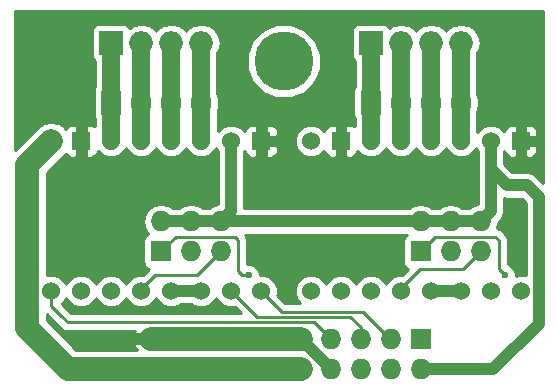
<source format=gbl>
G04 #@! TF.FileFunction,Copper,L2,Bot,Signal*
%FSLAX46Y46*%
G04 Gerber Fmt 4.6, Leading zero omitted, Abs format (unit mm)*
G04 Created by KiCad (PCBNEW 4.0.1-stable) date 07.03.2016 23:09:15*
%MOMM*%
G01*
G04 APERTURE LIST*
%ADD10C,0.100000*%
%ADD11C,0.600000*%
%ADD12O,1.998980X1.998980*%
%ADD13R,1.998980X1.998980*%
%ADD14R,1.727200X2.032000*%
%ADD15O,1.727200X2.032000*%
%ADD16R,1.727200X1.727200*%
%ADD17O,1.727200X1.727200*%
%ADD18R,1.524000X1.524000*%
%ADD19C,1.524000*%
%ADD20C,5.000000*%
%ADD21C,2.000000*%
%ADD22C,1.000000*%
%ADD23C,0.250000*%
%ADD24C,1.500000*%
%ADD25C,0.254000*%
G04 APERTURE END LIST*
D10*
D11*
X144700000Y-94900000D03*
X133100000Y-100350000D03*
X114950000Y-104150000D03*
X127450000Y-98950000D03*
X146500000Y-81500000D03*
X145000000Y-81500000D03*
X143500000Y-81500000D03*
X146500000Y-80000000D03*
X145000000Y-80000000D03*
X143500000Y-80000000D03*
X129000000Y-87000000D03*
X127500000Y-87000000D03*
X126000000Y-87000000D03*
X124500000Y-87000000D03*
X123000000Y-87000000D03*
D12*
X140810000Y-81350000D03*
D13*
X133190000Y-81350000D03*
D12*
X135730000Y-81350000D03*
X138270000Y-81350000D03*
X118810000Y-81350000D03*
D13*
X111190000Y-81350000D03*
D12*
X113730000Y-81350000D03*
X116270000Y-81350000D03*
D14*
X133200000Y-86400000D03*
D15*
X135740000Y-86400000D03*
X138280000Y-86400000D03*
X140820000Y-86400000D03*
D14*
X111200000Y-86400000D03*
D15*
X113740000Y-86400000D03*
X116280000Y-86400000D03*
X118820000Y-86400000D03*
D16*
X137400000Y-99000000D03*
D17*
X137400000Y-96460000D03*
X139940000Y-99000000D03*
X139940000Y-96460000D03*
X142480000Y-99000000D03*
X142480000Y-96460000D03*
D16*
X115400000Y-99000000D03*
D17*
X115400000Y-96460000D03*
X117940000Y-99000000D03*
X117940000Y-96460000D03*
X120480000Y-99000000D03*
X120480000Y-96460000D03*
D18*
X145890000Y-89650000D03*
D19*
X143350000Y-89650000D03*
X140810000Y-89650000D03*
X138270000Y-89650000D03*
X135730000Y-89650000D03*
X133190000Y-89650000D03*
D18*
X130650000Y-89650000D03*
D19*
X128110000Y-89650000D03*
X128110000Y-102350000D03*
X130650000Y-102350000D03*
X133190000Y-102350000D03*
X135730000Y-102350000D03*
X138270000Y-102350000D03*
X140810000Y-102350000D03*
X143350000Y-102350000D03*
X145890000Y-102350000D03*
D18*
X123890000Y-89650000D03*
D19*
X121350000Y-89650000D03*
X118810000Y-89650000D03*
X116270000Y-89650000D03*
X113730000Y-89650000D03*
X111190000Y-89650000D03*
D18*
X108650000Y-89650000D03*
D19*
X106110000Y-89650000D03*
X106110000Y-102350000D03*
X108650000Y-102350000D03*
X111190000Y-102350000D03*
X113730000Y-102350000D03*
X116270000Y-102350000D03*
X118810000Y-102350000D03*
X121350000Y-102350000D03*
X123890000Y-102350000D03*
D20*
X125800000Y-82900000D03*
D11*
X121500000Y-87000000D03*
D16*
X137400000Y-106400000D03*
D17*
X137400000Y-108940000D03*
X134860000Y-106400000D03*
X134860000Y-108940000D03*
X132320000Y-106400000D03*
X132320000Y-108940000D03*
X129780000Y-106400000D03*
X129780000Y-108940000D03*
X127240000Y-106400000D03*
X127240000Y-108940000D03*
X124700000Y-106400000D03*
X124700000Y-108940000D03*
X122160000Y-106400000D03*
X122160000Y-108940000D03*
X119620000Y-106400000D03*
X119620000Y-108940000D03*
X117080000Y-106400000D03*
X117080000Y-108940000D03*
X114540000Y-106400000D03*
X114540000Y-108940000D03*
D11*
X144500000Y-100975000D03*
X122850000Y-100975000D03*
D21*
X104100000Y-92500000D02*
X104100000Y-91660000D01*
X104100000Y-91660000D02*
X106110000Y-89650000D01*
X104100000Y-105500000D02*
X104100000Y-92500000D01*
X114540000Y-108940000D02*
X107540000Y-108940000D01*
X107540000Y-108940000D02*
X104100000Y-105500000D01*
X114540000Y-108940000D02*
X117080000Y-108940000D01*
X119620000Y-108940000D02*
X117080000Y-108940000D01*
X122160000Y-108940000D02*
X119620000Y-108940000D01*
X124700000Y-108940000D02*
X122160000Y-108940000D01*
X127240000Y-108940000D02*
X124700000Y-108940000D01*
D22*
X129780000Y-108940000D02*
X127240000Y-106400000D01*
D21*
X117080000Y-106400000D02*
X114540000Y-106400000D01*
X119620000Y-106400000D02*
X117080000Y-106400000D01*
X122160000Y-106400000D02*
X119620000Y-106400000D01*
X124700000Y-106400000D02*
X122160000Y-106400000D01*
X127240000Y-106400000D02*
X124700000Y-106400000D01*
D22*
X147400000Y-94400000D02*
X146400000Y-93400000D01*
X146400000Y-93400000D02*
X144700000Y-93400000D01*
X144700000Y-93400000D02*
X143350000Y-92050000D01*
X143350000Y-92050000D02*
X143350000Y-89650000D01*
X143350000Y-93300000D02*
X143350000Y-95590000D01*
X137400000Y-108940000D02*
X143560000Y-108940000D01*
X143560000Y-108940000D02*
X147400000Y-105100000D01*
X147400000Y-105100000D02*
X147400000Y-94400000D01*
X137400000Y-96460000D02*
X120480000Y-96460000D01*
X139940000Y-96460000D02*
X137400000Y-96460000D01*
X142480000Y-96460000D02*
X139940000Y-96460000D01*
X143350000Y-89650000D02*
X143350000Y-93300000D01*
X143350000Y-95590000D02*
X142480000Y-96460000D01*
X120480000Y-96460000D02*
X117940000Y-96460000D01*
X115400000Y-96460000D02*
X117940000Y-96460000D01*
X121350000Y-89650000D02*
X121350000Y-95590000D01*
X121350000Y-95590000D02*
X120480000Y-96460000D01*
D23*
X106110000Y-102350000D02*
X106110000Y-103610000D01*
X106110000Y-103610000D02*
X106900000Y-104400000D01*
X129780000Y-106400000D02*
X129780000Y-106380000D01*
X129780000Y-106380000D02*
X128400000Y-105000000D01*
X128400000Y-105000000D02*
X107500000Y-105000000D01*
X107500000Y-105000000D02*
X106900000Y-104400000D01*
X132320000Y-106400000D02*
X132320000Y-105420000D01*
X132320000Y-105420000D02*
X131449998Y-104549998D01*
X131449998Y-104549998D02*
X123549998Y-104549998D01*
X123549998Y-104549998D02*
X121350000Y-102350000D01*
X132320000Y-106400000D02*
X132320000Y-106120000D01*
X134860000Y-106400000D02*
X134800000Y-106400000D01*
X134800000Y-106400000D02*
X132499996Y-104099996D01*
X132499996Y-104099996D02*
X125639996Y-104099996D01*
X125639996Y-104099996D02*
X123890000Y-102350000D01*
X134860000Y-106400000D02*
X134860000Y-106260000D01*
D24*
X140820000Y-86400000D02*
X140820000Y-81210000D01*
X140820000Y-81210000D02*
X140810000Y-81200000D01*
X140810000Y-89650000D02*
X140810000Y-86410000D01*
X140810000Y-86410000D02*
X140820000Y-86400000D01*
X133200000Y-86400000D02*
X133200000Y-89640000D01*
X133200000Y-89640000D02*
X133190000Y-89650000D01*
X133190000Y-81200000D02*
X133190000Y-86390000D01*
X133190000Y-86390000D02*
X133200000Y-86400000D01*
X135740000Y-86400000D02*
X135740000Y-81210000D01*
X135740000Y-81210000D02*
X135730000Y-81200000D01*
X135730000Y-89650000D02*
X135730000Y-86410000D01*
X135730000Y-86410000D02*
X135740000Y-86400000D01*
X138270000Y-81200000D02*
X138270000Y-86390000D01*
X138270000Y-86390000D02*
X138280000Y-86400000D01*
X138280000Y-86400000D02*
X138280000Y-89640000D01*
X138280000Y-89640000D02*
X138270000Y-89650000D01*
X118810000Y-81200000D02*
X118810000Y-86390000D01*
X118810000Y-86390000D02*
X118820000Y-86400000D01*
X118820000Y-86400000D02*
X118820000Y-89640000D01*
X118820000Y-89640000D02*
X118810000Y-89650000D01*
X111190000Y-89650000D02*
X111190000Y-86410000D01*
X111190000Y-86410000D02*
X111200000Y-86400000D01*
X111200000Y-86400000D02*
X111200000Y-81210000D01*
X111200000Y-81210000D02*
X111190000Y-81200000D01*
X113730000Y-89650000D02*
X113730000Y-86410000D01*
X113730000Y-86410000D02*
X113740000Y-86400000D01*
X113730000Y-81200000D02*
X113730000Y-86390000D01*
X113730000Y-86390000D02*
X113740000Y-86400000D01*
X116270000Y-89650000D02*
X116270000Y-86410000D01*
X116270000Y-86410000D02*
X116280000Y-86400000D01*
X116280000Y-86400000D02*
X116280000Y-81210000D01*
X116280000Y-81210000D02*
X116270000Y-81200000D01*
D22*
X138270000Y-102350000D02*
X140810000Y-102350000D01*
X116270000Y-102350000D02*
X118810000Y-102350000D01*
D23*
X144500000Y-100975000D02*
X144025000Y-100500000D01*
X144025000Y-100500000D02*
X144025000Y-98050000D01*
X144025000Y-98050000D02*
X143725000Y-97750000D01*
X143725000Y-97750000D02*
X138650000Y-97750000D01*
X138650000Y-97750000D02*
X137400000Y-99000000D01*
X135730000Y-102350000D02*
X135730000Y-102070000D01*
X135730000Y-102070000D02*
X137300000Y-100500000D01*
X137300000Y-100500000D02*
X140980000Y-100500000D01*
X140980000Y-100500000D02*
X142480000Y-99000000D01*
X122850000Y-100975000D02*
X122250000Y-100975000D01*
X122250000Y-100975000D02*
X121925000Y-100650000D01*
X121925000Y-100650000D02*
X121925000Y-98000000D01*
X121925000Y-98000000D02*
X121675000Y-97750000D01*
X121675000Y-97750000D02*
X116650000Y-97750000D01*
X116650000Y-97750000D02*
X115400000Y-99000000D01*
X113730000Y-102350000D02*
X113730000Y-102170000D01*
X113730000Y-102170000D02*
X114900000Y-101000000D01*
X114900000Y-101000000D02*
X118480000Y-101000000D01*
X118480000Y-101000000D02*
X120480000Y-99000000D01*
D25*
G36*
X130153000Y-108567000D02*
X130173000Y-108567000D01*
X130173000Y-109313000D01*
X130153000Y-109313000D01*
X130153000Y-109333000D01*
X129407000Y-109333000D01*
X129407000Y-109313000D01*
X129387000Y-109313000D01*
X129387000Y-108567000D01*
X129407000Y-108567000D01*
X129407000Y-108547000D01*
X130153000Y-108547000D01*
X130153000Y-108567000D01*
X130153000Y-108567000D01*
G37*
X130153000Y-108567000D02*
X130173000Y-108567000D01*
X130173000Y-109313000D01*
X130153000Y-109313000D01*
X130153000Y-109333000D01*
X129407000Y-109333000D01*
X129407000Y-109313000D01*
X129387000Y-109313000D01*
X129387000Y-108567000D01*
X129407000Y-108567000D01*
X129407000Y-108547000D01*
X130153000Y-108547000D01*
X130153000Y-108567000D01*
G36*
X106368256Y-104931745D02*
X106368259Y-104931747D01*
X106968256Y-105531744D01*
X107212222Y-105694757D01*
X107500000Y-105752000D01*
X113201077Y-105752000D01*
X113164753Y-105804533D01*
X113247283Y-106027000D01*
X114167000Y-106027000D01*
X114167000Y-106007000D01*
X114913000Y-106007000D01*
X114913000Y-106027000D01*
X116707000Y-106027000D01*
X116707000Y-106007000D01*
X117453000Y-106007000D01*
X117453000Y-106027000D01*
X119247000Y-106027000D01*
X119247000Y-106007000D01*
X119993000Y-106007000D01*
X119993000Y-106027000D01*
X121787000Y-106027000D01*
X121787000Y-106007000D01*
X122533000Y-106007000D01*
X122533000Y-106027000D01*
X124327000Y-106027000D01*
X124327000Y-106007000D01*
X125073000Y-106007000D01*
X125073000Y-106027000D01*
X126867000Y-106027000D01*
X126867000Y-106007000D01*
X127613000Y-106007000D01*
X127613000Y-106027000D01*
X127633000Y-106027000D01*
X127633000Y-106773000D01*
X127613000Y-106773000D01*
X127613000Y-106793000D01*
X126867000Y-106793000D01*
X126867000Y-106773000D01*
X125073000Y-106773000D01*
X125073000Y-106793000D01*
X124327000Y-106793000D01*
X124327000Y-106773000D01*
X122533000Y-106773000D01*
X122533000Y-106793000D01*
X121787000Y-106793000D01*
X121787000Y-106773000D01*
X119993000Y-106773000D01*
X119993000Y-106793000D01*
X119247000Y-106793000D01*
X119247000Y-106773000D01*
X117453000Y-106773000D01*
X117453000Y-106793000D01*
X116707000Y-106793000D01*
X116707000Y-106773000D01*
X114913000Y-106773000D01*
X114913000Y-106793000D01*
X114167000Y-106793000D01*
X114167000Y-106773000D01*
X113247283Y-106773000D01*
X113164753Y-106995467D01*
X113384313Y-107313000D01*
X108213925Y-107313000D01*
X105727000Y-104826074D01*
X105727000Y-104290488D01*
X106368256Y-104931745D01*
X106368256Y-104931745D01*
G37*
X106368256Y-104931745D02*
X106368259Y-104931747D01*
X106968256Y-105531744D01*
X107212222Y-105694757D01*
X107500000Y-105752000D01*
X113201077Y-105752000D01*
X113164753Y-105804533D01*
X113247283Y-106027000D01*
X114167000Y-106027000D01*
X114167000Y-106007000D01*
X114913000Y-106007000D01*
X114913000Y-106027000D01*
X116707000Y-106027000D01*
X116707000Y-106007000D01*
X117453000Y-106007000D01*
X117453000Y-106027000D01*
X119247000Y-106027000D01*
X119247000Y-106007000D01*
X119993000Y-106007000D01*
X119993000Y-106027000D01*
X121787000Y-106027000D01*
X121787000Y-106007000D01*
X122533000Y-106007000D01*
X122533000Y-106027000D01*
X124327000Y-106027000D01*
X124327000Y-106007000D01*
X125073000Y-106007000D01*
X125073000Y-106027000D01*
X126867000Y-106027000D01*
X126867000Y-106007000D01*
X127613000Y-106007000D01*
X127613000Y-106027000D01*
X127633000Y-106027000D01*
X127633000Y-106773000D01*
X127613000Y-106773000D01*
X127613000Y-106793000D01*
X126867000Y-106793000D01*
X126867000Y-106773000D01*
X125073000Y-106773000D01*
X125073000Y-106793000D01*
X124327000Y-106793000D01*
X124327000Y-106773000D01*
X122533000Y-106773000D01*
X122533000Y-106793000D01*
X121787000Y-106793000D01*
X121787000Y-106773000D01*
X119993000Y-106773000D01*
X119993000Y-106793000D01*
X119247000Y-106793000D01*
X119247000Y-106773000D01*
X117453000Y-106773000D01*
X117453000Y-106793000D01*
X116707000Y-106793000D01*
X116707000Y-106773000D01*
X114913000Y-106773000D01*
X114913000Y-106793000D01*
X114167000Y-106793000D01*
X114167000Y-106773000D01*
X113247283Y-106773000D01*
X113164753Y-106995467D01*
X113384313Y-107313000D01*
X108213925Y-107313000D01*
X105727000Y-104826074D01*
X105727000Y-104290488D01*
X106368256Y-104931745D01*
G36*
X120171777Y-103135777D02*
X120562167Y-103526850D01*
X121072499Y-103738758D01*
X121625077Y-103739240D01*
X121660936Y-103724424D01*
X122184512Y-104248000D01*
X107811488Y-104248000D01*
X107431747Y-103868259D01*
X107431745Y-103868256D01*
X106993830Y-103430341D01*
X107286850Y-103137833D01*
X107379967Y-102913581D01*
X107471777Y-103135777D01*
X107862167Y-103526850D01*
X108372499Y-103738758D01*
X108925077Y-103739240D01*
X109435777Y-103528223D01*
X109826850Y-103137833D01*
X109919967Y-102913581D01*
X110011777Y-103135777D01*
X110402167Y-103526850D01*
X110912499Y-103738758D01*
X111465077Y-103739240D01*
X111975777Y-103528223D01*
X112366850Y-103137833D01*
X112459967Y-102913581D01*
X112551777Y-103135777D01*
X112942167Y-103526850D01*
X113452499Y-103738758D01*
X114005077Y-103739240D01*
X114515777Y-103528223D01*
X114906850Y-103137833D01*
X114999967Y-102913581D01*
X115091777Y-103135777D01*
X115482167Y-103526850D01*
X115992499Y-103738758D01*
X116545077Y-103739240D01*
X117055777Y-103528223D01*
X117107090Y-103477000D01*
X117972404Y-103477000D01*
X118022167Y-103526850D01*
X118532499Y-103738758D01*
X119085077Y-103739240D01*
X119595777Y-103528223D01*
X119986850Y-103137833D01*
X120079967Y-102913581D01*
X120171777Y-103135777D01*
X120171777Y-103135777D01*
G37*
X120171777Y-103135777D02*
X120562167Y-103526850D01*
X121072499Y-103738758D01*
X121625077Y-103739240D01*
X121660936Y-103724424D01*
X122184512Y-104248000D01*
X107811488Y-104248000D01*
X107431747Y-103868259D01*
X107431745Y-103868256D01*
X106993830Y-103430341D01*
X107286850Y-103137833D01*
X107379967Y-102913581D01*
X107471777Y-103135777D01*
X107862167Y-103526850D01*
X108372499Y-103738758D01*
X108925077Y-103739240D01*
X109435777Y-103528223D01*
X109826850Y-103137833D01*
X109919967Y-102913581D01*
X110011777Y-103135777D01*
X110402167Y-103526850D01*
X110912499Y-103738758D01*
X111465077Y-103739240D01*
X111975777Y-103528223D01*
X112366850Y-103137833D01*
X112459967Y-102913581D01*
X112551777Y-103135777D01*
X112942167Y-103526850D01*
X113452499Y-103738758D01*
X114005077Y-103739240D01*
X114515777Y-103528223D01*
X114906850Y-103137833D01*
X114999967Y-102913581D01*
X115091777Y-103135777D01*
X115482167Y-103526850D01*
X115992499Y-103738758D01*
X116545077Y-103739240D01*
X117055777Y-103528223D01*
X117107090Y-103477000D01*
X117972404Y-103477000D01*
X118022167Y-103526850D01*
X118532499Y-103738758D01*
X119085077Y-103739240D01*
X119595777Y-103528223D01*
X119986850Y-103137833D01*
X120079967Y-102913581D01*
X120171777Y-103135777D01*
G36*
X136090647Y-97678157D02*
X135947483Y-97887683D01*
X135897117Y-98136400D01*
X135897117Y-99863600D01*
X135940837Y-100095952D01*
X136078157Y-100309353D01*
X136285492Y-100451020D01*
X135775472Y-100961040D01*
X135454923Y-100960760D01*
X134944223Y-101171777D01*
X134553150Y-101562167D01*
X134460033Y-101786419D01*
X134368223Y-101564223D01*
X133977833Y-101173150D01*
X133467501Y-100961242D01*
X132914923Y-100960760D01*
X132404223Y-101171777D01*
X132013150Y-101562167D01*
X131920033Y-101786419D01*
X131828223Y-101564223D01*
X131437833Y-101173150D01*
X130927501Y-100961242D01*
X130374923Y-100960760D01*
X129864223Y-101171777D01*
X129473150Y-101562167D01*
X129380033Y-101786419D01*
X129288223Y-101564223D01*
X128897833Y-101173150D01*
X128387501Y-100961242D01*
X127834923Y-100960760D01*
X127324223Y-101171777D01*
X126933150Y-101562167D01*
X126721242Y-102072499D01*
X126720760Y-102625077D01*
X126931777Y-103135777D01*
X127143625Y-103347996D01*
X125951484Y-103347996D01*
X125264742Y-102661254D01*
X125278758Y-102627501D01*
X125279240Y-102074923D01*
X125068223Y-101564223D01*
X124677833Y-101173150D01*
X124167501Y-100961242D01*
X123777013Y-100960901D01*
X123777161Y-100791417D01*
X123636331Y-100450583D01*
X123375789Y-100189586D01*
X123035201Y-100048161D01*
X122677000Y-100047848D01*
X122677000Y-98000000D01*
X122619757Y-97712222D01*
X122605341Y-97690647D01*
X122536087Y-97587000D01*
X136232309Y-97587000D01*
X136090647Y-97678157D01*
X136090647Y-97678157D01*
G37*
X136090647Y-97678157D02*
X135947483Y-97887683D01*
X135897117Y-98136400D01*
X135897117Y-99863600D01*
X135940837Y-100095952D01*
X136078157Y-100309353D01*
X136285492Y-100451020D01*
X135775472Y-100961040D01*
X135454923Y-100960760D01*
X134944223Y-101171777D01*
X134553150Y-101562167D01*
X134460033Y-101786419D01*
X134368223Y-101564223D01*
X133977833Y-101173150D01*
X133467501Y-100961242D01*
X132914923Y-100960760D01*
X132404223Y-101171777D01*
X132013150Y-101562167D01*
X131920033Y-101786419D01*
X131828223Y-101564223D01*
X131437833Y-101173150D01*
X130927501Y-100961242D01*
X130374923Y-100960760D01*
X129864223Y-101171777D01*
X129473150Y-101562167D01*
X129380033Y-101786419D01*
X129288223Y-101564223D01*
X128897833Y-101173150D01*
X128387501Y-100961242D01*
X127834923Y-100960760D01*
X127324223Y-101171777D01*
X126933150Y-101562167D01*
X126721242Y-102072499D01*
X126720760Y-102625077D01*
X126931777Y-103135777D01*
X127143625Y-103347996D01*
X125951484Y-103347996D01*
X125264742Y-102661254D01*
X125278758Y-102627501D01*
X125279240Y-102074923D01*
X125068223Y-101564223D01*
X124677833Y-101173150D01*
X124167501Y-100961242D01*
X123777013Y-100960901D01*
X123777161Y-100791417D01*
X123636331Y-100450583D01*
X123375789Y-100189586D01*
X123035201Y-100048161D01*
X122677000Y-100047848D01*
X122677000Y-98000000D01*
X122619757Y-97712222D01*
X122605341Y-97690647D01*
X122536087Y-97587000D01*
X136232309Y-97587000D01*
X136090647Y-97678157D01*
G36*
X147768000Y-93174181D02*
X147196909Y-92603091D01*
X146831284Y-92358788D01*
X146400000Y-92273000D01*
X145166819Y-92273000D01*
X144477000Y-91583182D01*
X144477000Y-90487596D01*
X144493000Y-90471624D01*
X144493000Y-90538310D01*
X144589673Y-90771699D01*
X144768302Y-90950327D01*
X145001691Y-91047000D01*
X145358250Y-91047000D01*
X145517000Y-90888250D01*
X145517000Y-90023000D01*
X146263000Y-90023000D01*
X146263000Y-90888250D01*
X146421750Y-91047000D01*
X146778309Y-91047000D01*
X147011698Y-90950327D01*
X147190327Y-90771699D01*
X147287000Y-90538310D01*
X147287000Y-90181750D01*
X147128250Y-90023000D01*
X146263000Y-90023000D01*
X145517000Y-90023000D01*
X145497000Y-90023000D01*
X145497000Y-89277000D01*
X145517000Y-89277000D01*
X145517000Y-88411750D01*
X146263000Y-88411750D01*
X146263000Y-89277000D01*
X147128250Y-89277000D01*
X147287000Y-89118250D01*
X147287000Y-88761690D01*
X147190327Y-88528301D01*
X147011698Y-88349673D01*
X146778309Y-88253000D01*
X146421750Y-88253000D01*
X146263000Y-88411750D01*
X145517000Y-88411750D01*
X145358250Y-88253000D01*
X145001691Y-88253000D01*
X144768302Y-88349673D01*
X144589673Y-88528301D01*
X144493000Y-88761690D01*
X144493000Y-88828938D01*
X144137833Y-88473150D01*
X143627501Y-88261242D01*
X143074923Y-88260760D01*
X142564223Y-88471777D01*
X142187000Y-88848341D01*
X142187000Y-87170184D01*
X142197135Y-87155016D01*
X142310600Y-86584588D01*
X142310600Y-86215412D01*
X142197135Y-85644984D01*
X142197000Y-85644782D01*
X142197000Y-82193249D01*
X142344546Y-81972431D01*
X142468355Y-81350000D01*
X142344546Y-80727569D01*
X141991967Y-80199898D01*
X141464296Y-79847319D01*
X140841865Y-79723510D01*
X140778135Y-79723510D01*
X140155704Y-79847319D01*
X139628033Y-80199898D01*
X139540000Y-80331649D01*
X139451967Y-80199898D01*
X138924296Y-79847319D01*
X138301865Y-79723510D01*
X138238135Y-79723510D01*
X137615704Y-79847319D01*
X137088033Y-80199898D01*
X137000000Y-80331649D01*
X136911967Y-80199898D01*
X136384296Y-79847319D01*
X135761865Y-79723510D01*
X135698135Y-79723510D01*
X135075704Y-79847319D01*
X134750569Y-80064568D01*
X134647733Y-79904757D01*
X134438207Y-79761593D01*
X134189490Y-79711227D01*
X132190510Y-79711227D01*
X131958158Y-79754947D01*
X131744757Y-79892267D01*
X131601593Y-80101793D01*
X131551227Y-80350510D01*
X131551227Y-82349490D01*
X131594947Y-82581842D01*
X131732267Y-82795243D01*
X131813000Y-82850406D01*
X131813000Y-85039396D01*
X131747483Y-85135283D01*
X131697117Y-85384000D01*
X131697117Y-87416000D01*
X131740837Y-87648352D01*
X131823000Y-87776037D01*
X131823000Y-88400975D01*
X131771698Y-88349673D01*
X131538309Y-88253000D01*
X131181750Y-88253000D01*
X131023000Y-88411750D01*
X131023000Y-89277000D01*
X131043000Y-89277000D01*
X131043000Y-90023000D01*
X131023000Y-90023000D01*
X131023000Y-90888250D01*
X131181750Y-91047000D01*
X131538309Y-91047000D01*
X131771698Y-90950327D01*
X131950327Y-90771699D01*
X132047000Y-90538310D01*
X132047000Y-90471062D01*
X132402167Y-90826850D01*
X132912499Y-91038758D01*
X133465077Y-91039240D01*
X133975777Y-90828223D01*
X134366850Y-90437833D01*
X134459967Y-90213581D01*
X134551777Y-90435777D01*
X134942167Y-90826850D01*
X135452499Y-91038758D01*
X136005077Y-91039240D01*
X136515777Y-90828223D01*
X136906850Y-90437833D01*
X136999967Y-90213581D01*
X137091777Y-90435777D01*
X137482167Y-90826850D01*
X137992499Y-91038758D01*
X138545077Y-91039240D01*
X139055777Y-90828223D01*
X139446850Y-90437833D01*
X139539967Y-90213581D01*
X139631777Y-90435777D01*
X140022167Y-90826850D01*
X140532499Y-91038758D01*
X141085077Y-91039240D01*
X141595777Y-90828223D01*
X141986850Y-90437833D01*
X142079967Y-90213581D01*
X142171777Y-90435777D01*
X142223000Y-90487090D01*
X142223000Y-94991317D01*
X141909572Y-95053662D01*
X141491514Y-95333000D01*
X140928486Y-95333000D01*
X140510428Y-95053662D01*
X139940000Y-94940197D01*
X139369572Y-95053662D01*
X138951514Y-95333000D01*
X138388486Y-95333000D01*
X137970428Y-95053662D01*
X137400000Y-94940197D01*
X136829572Y-95053662D01*
X136411514Y-95333000D01*
X122477000Y-95333000D01*
X122477000Y-90487596D01*
X122493000Y-90471624D01*
X122493000Y-90538310D01*
X122589673Y-90771699D01*
X122768302Y-90950327D01*
X123001691Y-91047000D01*
X123358250Y-91047000D01*
X123517000Y-90888250D01*
X123517000Y-90023000D01*
X124263000Y-90023000D01*
X124263000Y-90888250D01*
X124421750Y-91047000D01*
X124778309Y-91047000D01*
X125011698Y-90950327D01*
X125190327Y-90771699D01*
X125287000Y-90538310D01*
X125287000Y-90181750D01*
X125128250Y-90023000D01*
X124263000Y-90023000D01*
X123517000Y-90023000D01*
X123497000Y-90023000D01*
X123497000Y-89925077D01*
X126720760Y-89925077D01*
X126931777Y-90435777D01*
X127322167Y-90826850D01*
X127832499Y-91038758D01*
X128385077Y-91039240D01*
X128895777Y-90828223D01*
X129253000Y-90471624D01*
X129253000Y-90538310D01*
X129349673Y-90771699D01*
X129528302Y-90950327D01*
X129761691Y-91047000D01*
X130118250Y-91047000D01*
X130277000Y-90888250D01*
X130277000Y-90023000D01*
X130257000Y-90023000D01*
X130257000Y-89277000D01*
X130277000Y-89277000D01*
X130277000Y-88411750D01*
X130118250Y-88253000D01*
X129761691Y-88253000D01*
X129528302Y-88349673D01*
X129349673Y-88528301D01*
X129253000Y-88761690D01*
X129253000Y-88828938D01*
X128897833Y-88473150D01*
X128387501Y-88261242D01*
X127834923Y-88260760D01*
X127324223Y-88471777D01*
X126933150Y-88862167D01*
X126721242Y-89372499D01*
X126720760Y-89925077D01*
X123497000Y-89925077D01*
X123497000Y-89277000D01*
X123517000Y-89277000D01*
X123517000Y-88411750D01*
X124263000Y-88411750D01*
X124263000Y-89277000D01*
X125128250Y-89277000D01*
X125287000Y-89118250D01*
X125287000Y-88761690D01*
X125190327Y-88528301D01*
X125011698Y-88349673D01*
X124778309Y-88253000D01*
X124421750Y-88253000D01*
X124263000Y-88411750D01*
X123517000Y-88411750D01*
X123358250Y-88253000D01*
X123001691Y-88253000D01*
X122768302Y-88349673D01*
X122589673Y-88528301D01*
X122493000Y-88761690D01*
X122493000Y-88828938D01*
X122137833Y-88473150D01*
X121627501Y-88261242D01*
X121074923Y-88260760D01*
X120564223Y-88471777D01*
X120197000Y-88838359D01*
X120197000Y-87155218D01*
X120197135Y-87155016D01*
X120310600Y-86584588D01*
X120310600Y-86215412D01*
X120197135Y-85644984D01*
X120187000Y-85629816D01*
X120187000Y-83519270D01*
X122672458Y-83519270D01*
X123147512Y-84668989D01*
X124026384Y-85549396D01*
X125175272Y-86026456D01*
X126419270Y-86027542D01*
X127568989Y-85552488D01*
X128449396Y-84673616D01*
X128926456Y-83524728D01*
X128927542Y-82280730D01*
X128452488Y-81131011D01*
X127573616Y-80250604D01*
X126424728Y-79773544D01*
X125180730Y-79772458D01*
X124031011Y-80247512D01*
X123150604Y-81126384D01*
X122673544Y-82275272D01*
X122672458Y-83519270D01*
X120187000Y-83519270D01*
X120187000Y-82208215D01*
X120344546Y-81972431D01*
X120468355Y-81350000D01*
X120344546Y-80727569D01*
X119991967Y-80199898D01*
X119464296Y-79847319D01*
X118841865Y-79723510D01*
X118778135Y-79723510D01*
X118155704Y-79847319D01*
X117628033Y-80199898D01*
X117540000Y-80331649D01*
X117451967Y-80199898D01*
X116924296Y-79847319D01*
X116301865Y-79723510D01*
X116238135Y-79723510D01*
X115615704Y-79847319D01*
X115088033Y-80199898D01*
X115000000Y-80331649D01*
X114911967Y-80199898D01*
X114384296Y-79847319D01*
X113761865Y-79723510D01*
X113698135Y-79723510D01*
X113075704Y-79847319D01*
X112750569Y-80064568D01*
X112647733Y-79904757D01*
X112438207Y-79761593D01*
X112189490Y-79711227D01*
X110190510Y-79711227D01*
X109958158Y-79754947D01*
X109744757Y-79892267D01*
X109601593Y-80101793D01*
X109551227Y-80350510D01*
X109551227Y-82349490D01*
X109594947Y-82581842D01*
X109732267Y-82795243D01*
X109823000Y-82857239D01*
X109823000Y-85024761D01*
X109747483Y-85135283D01*
X109697117Y-85384000D01*
X109697117Y-87416000D01*
X109740837Y-87648352D01*
X109813000Y-87760496D01*
X109813000Y-88390975D01*
X109771698Y-88349673D01*
X109538309Y-88253000D01*
X109181750Y-88253000D01*
X109023000Y-88411750D01*
X109023000Y-89277000D01*
X109043000Y-89277000D01*
X109043000Y-90023000D01*
X109023000Y-90023000D01*
X109023000Y-90888250D01*
X109181750Y-91047000D01*
X109538309Y-91047000D01*
X109771698Y-90950327D01*
X109950327Y-90771699D01*
X110047000Y-90538310D01*
X110047000Y-90471062D01*
X110402167Y-90826850D01*
X110912499Y-91038758D01*
X111465077Y-91039240D01*
X111975777Y-90828223D01*
X112366850Y-90437833D01*
X112459967Y-90213581D01*
X112551777Y-90435777D01*
X112942167Y-90826850D01*
X113452499Y-91038758D01*
X114005077Y-91039240D01*
X114515777Y-90828223D01*
X114906850Y-90437833D01*
X114999967Y-90213581D01*
X115091777Y-90435777D01*
X115482167Y-90826850D01*
X115992499Y-91038758D01*
X116545077Y-91039240D01*
X117055777Y-90828223D01*
X117446850Y-90437833D01*
X117539967Y-90213581D01*
X117631777Y-90435777D01*
X118022167Y-90826850D01*
X118532499Y-91038758D01*
X119085077Y-91039240D01*
X119595777Y-90828223D01*
X119986850Y-90437833D01*
X120079967Y-90213581D01*
X120171777Y-90435777D01*
X120223000Y-90487090D01*
X120223000Y-94991317D01*
X119909572Y-95053662D01*
X119491514Y-95333000D01*
X118928486Y-95333000D01*
X118510428Y-95053662D01*
X117940000Y-94940197D01*
X117369572Y-95053662D01*
X116951514Y-95333000D01*
X116388486Y-95333000D01*
X115970428Y-95053662D01*
X115400000Y-94940197D01*
X114829572Y-95053662D01*
X114345987Y-95376784D01*
X114022865Y-95860369D01*
X113909400Y-96430797D01*
X113909400Y-96489203D01*
X114022865Y-97059631D01*
X114339891Y-97534093D01*
X114304048Y-97540837D01*
X114090647Y-97678157D01*
X113947483Y-97887683D01*
X113897117Y-98136400D01*
X113897117Y-99863600D01*
X113940837Y-100095952D01*
X114078157Y-100309353D01*
X114287683Y-100452517D01*
X114367776Y-100468736D01*
X113875385Y-100961127D01*
X113454923Y-100960760D01*
X112944223Y-101171777D01*
X112553150Y-101562167D01*
X112460033Y-101786419D01*
X112368223Y-101564223D01*
X111977833Y-101173150D01*
X111467501Y-100961242D01*
X110914923Y-100960760D01*
X110404223Y-101171777D01*
X110013150Y-101562167D01*
X109920033Y-101786419D01*
X109828223Y-101564223D01*
X109437833Y-101173150D01*
X108927501Y-100961242D01*
X108374923Y-100960760D01*
X107864223Y-101171777D01*
X107473150Y-101562167D01*
X107380033Y-101786419D01*
X107288223Y-101564223D01*
X106897833Y-101173150D01*
X106387501Y-100961242D01*
X105834923Y-100960760D01*
X105727000Y-101005353D01*
X105727000Y-92333926D01*
X107260463Y-90800463D01*
X107322889Y-90707036D01*
X107349673Y-90771699D01*
X107528302Y-90950327D01*
X107761691Y-91047000D01*
X108118250Y-91047000D01*
X108277000Y-90888250D01*
X108277000Y-90023000D01*
X108257000Y-90023000D01*
X108257000Y-89277000D01*
X108277000Y-89277000D01*
X108277000Y-88411750D01*
X108118250Y-88253000D01*
X107761691Y-88253000D01*
X107528302Y-88349673D01*
X107349673Y-88528301D01*
X107322889Y-88592964D01*
X107260463Y-88499537D01*
X106732626Y-88146848D01*
X106110000Y-88023000D01*
X105487374Y-88146848D01*
X104959537Y-88499537D01*
X103032000Y-90427074D01*
X103032000Y-78632000D01*
X147768000Y-78632000D01*
X147768000Y-93174181D01*
X147768000Y-93174181D01*
G37*
X147768000Y-93174181D02*
X147196909Y-92603091D01*
X146831284Y-92358788D01*
X146400000Y-92273000D01*
X145166819Y-92273000D01*
X144477000Y-91583182D01*
X144477000Y-90487596D01*
X144493000Y-90471624D01*
X144493000Y-90538310D01*
X144589673Y-90771699D01*
X144768302Y-90950327D01*
X145001691Y-91047000D01*
X145358250Y-91047000D01*
X145517000Y-90888250D01*
X145517000Y-90023000D01*
X146263000Y-90023000D01*
X146263000Y-90888250D01*
X146421750Y-91047000D01*
X146778309Y-91047000D01*
X147011698Y-90950327D01*
X147190327Y-90771699D01*
X147287000Y-90538310D01*
X147287000Y-90181750D01*
X147128250Y-90023000D01*
X146263000Y-90023000D01*
X145517000Y-90023000D01*
X145497000Y-90023000D01*
X145497000Y-89277000D01*
X145517000Y-89277000D01*
X145517000Y-88411750D01*
X146263000Y-88411750D01*
X146263000Y-89277000D01*
X147128250Y-89277000D01*
X147287000Y-89118250D01*
X147287000Y-88761690D01*
X147190327Y-88528301D01*
X147011698Y-88349673D01*
X146778309Y-88253000D01*
X146421750Y-88253000D01*
X146263000Y-88411750D01*
X145517000Y-88411750D01*
X145358250Y-88253000D01*
X145001691Y-88253000D01*
X144768302Y-88349673D01*
X144589673Y-88528301D01*
X144493000Y-88761690D01*
X144493000Y-88828938D01*
X144137833Y-88473150D01*
X143627501Y-88261242D01*
X143074923Y-88260760D01*
X142564223Y-88471777D01*
X142187000Y-88848341D01*
X142187000Y-87170184D01*
X142197135Y-87155016D01*
X142310600Y-86584588D01*
X142310600Y-86215412D01*
X142197135Y-85644984D01*
X142197000Y-85644782D01*
X142197000Y-82193249D01*
X142344546Y-81972431D01*
X142468355Y-81350000D01*
X142344546Y-80727569D01*
X141991967Y-80199898D01*
X141464296Y-79847319D01*
X140841865Y-79723510D01*
X140778135Y-79723510D01*
X140155704Y-79847319D01*
X139628033Y-80199898D01*
X139540000Y-80331649D01*
X139451967Y-80199898D01*
X138924296Y-79847319D01*
X138301865Y-79723510D01*
X138238135Y-79723510D01*
X137615704Y-79847319D01*
X137088033Y-80199898D01*
X137000000Y-80331649D01*
X136911967Y-80199898D01*
X136384296Y-79847319D01*
X135761865Y-79723510D01*
X135698135Y-79723510D01*
X135075704Y-79847319D01*
X134750569Y-80064568D01*
X134647733Y-79904757D01*
X134438207Y-79761593D01*
X134189490Y-79711227D01*
X132190510Y-79711227D01*
X131958158Y-79754947D01*
X131744757Y-79892267D01*
X131601593Y-80101793D01*
X131551227Y-80350510D01*
X131551227Y-82349490D01*
X131594947Y-82581842D01*
X131732267Y-82795243D01*
X131813000Y-82850406D01*
X131813000Y-85039396D01*
X131747483Y-85135283D01*
X131697117Y-85384000D01*
X131697117Y-87416000D01*
X131740837Y-87648352D01*
X131823000Y-87776037D01*
X131823000Y-88400975D01*
X131771698Y-88349673D01*
X131538309Y-88253000D01*
X131181750Y-88253000D01*
X131023000Y-88411750D01*
X131023000Y-89277000D01*
X131043000Y-89277000D01*
X131043000Y-90023000D01*
X131023000Y-90023000D01*
X131023000Y-90888250D01*
X131181750Y-91047000D01*
X131538309Y-91047000D01*
X131771698Y-90950327D01*
X131950327Y-90771699D01*
X132047000Y-90538310D01*
X132047000Y-90471062D01*
X132402167Y-90826850D01*
X132912499Y-91038758D01*
X133465077Y-91039240D01*
X133975777Y-90828223D01*
X134366850Y-90437833D01*
X134459967Y-90213581D01*
X134551777Y-90435777D01*
X134942167Y-90826850D01*
X135452499Y-91038758D01*
X136005077Y-91039240D01*
X136515777Y-90828223D01*
X136906850Y-90437833D01*
X136999967Y-90213581D01*
X137091777Y-90435777D01*
X137482167Y-90826850D01*
X137992499Y-91038758D01*
X138545077Y-91039240D01*
X139055777Y-90828223D01*
X139446850Y-90437833D01*
X139539967Y-90213581D01*
X139631777Y-90435777D01*
X140022167Y-90826850D01*
X140532499Y-91038758D01*
X141085077Y-91039240D01*
X141595777Y-90828223D01*
X141986850Y-90437833D01*
X142079967Y-90213581D01*
X142171777Y-90435777D01*
X142223000Y-90487090D01*
X142223000Y-94991317D01*
X141909572Y-95053662D01*
X141491514Y-95333000D01*
X140928486Y-95333000D01*
X140510428Y-95053662D01*
X139940000Y-94940197D01*
X139369572Y-95053662D01*
X138951514Y-95333000D01*
X138388486Y-95333000D01*
X137970428Y-95053662D01*
X137400000Y-94940197D01*
X136829572Y-95053662D01*
X136411514Y-95333000D01*
X122477000Y-95333000D01*
X122477000Y-90487596D01*
X122493000Y-90471624D01*
X122493000Y-90538310D01*
X122589673Y-90771699D01*
X122768302Y-90950327D01*
X123001691Y-91047000D01*
X123358250Y-91047000D01*
X123517000Y-90888250D01*
X123517000Y-90023000D01*
X124263000Y-90023000D01*
X124263000Y-90888250D01*
X124421750Y-91047000D01*
X124778309Y-91047000D01*
X125011698Y-90950327D01*
X125190327Y-90771699D01*
X125287000Y-90538310D01*
X125287000Y-90181750D01*
X125128250Y-90023000D01*
X124263000Y-90023000D01*
X123517000Y-90023000D01*
X123497000Y-90023000D01*
X123497000Y-89925077D01*
X126720760Y-89925077D01*
X126931777Y-90435777D01*
X127322167Y-90826850D01*
X127832499Y-91038758D01*
X128385077Y-91039240D01*
X128895777Y-90828223D01*
X129253000Y-90471624D01*
X129253000Y-90538310D01*
X129349673Y-90771699D01*
X129528302Y-90950327D01*
X129761691Y-91047000D01*
X130118250Y-91047000D01*
X130277000Y-90888250D01*
X130277000Y-90023000D01*
X130257000Y-90023000D01*
X130257000Y-89277000D01*
X130277000Y-89277000D01*
X130277000Y-88411750D01*
X130118250Y-88253000D01*
X129761691Y-88253000D01*
X129528302Y-88349673D01*
X129349673Y-88528301D01*
X129253000Y-88761690D01*
X129253000Y-88828938D01*
X128897833Y-88473150D01*
X128387501Y-88261242D01*
X127834923Y-88260760D01*
X127324223Y-88471777D01*
X126933150Y-88862167D01*
X126721242Y-89372499D01*
X126720760Y-89925077D01*
X123497000Y-89925077D01*
X123497000Y-89277000D01*
X123517000Y-89277000D01*
X123517000Y-88411750D01*
X124263000Y-88411750D01*
X124263000Y-89277000D01*
X125128250Y-89277000D01*
X125287000Y-89118250D01*
X125287000Y-88761690D01*
X125190327Y-88528301D01*
X125011698Y-88349673D01*
X124778309Y-88253000D01*
X124421750Y-88253000D01*
X124263000Y-88411750D01*
X123517000Y-88411750D01*
X123358250Y-88253000D01*
X123001691Y-88253000D01*
X122768302Y-88349673D01*
X122589673Y-88528301D01*
X122493000Y-88761690D01*
X122493000Y-88828938D01*
X122137833Y-88473150D01*
X121627501Y-88261242D01*
X121074923Y-88260760D01*
X120564223Y-88471777D01*
X120197000Y-88838359D01*
X120197000Y-87155218D01*
X120197135Y-87155016D01*
X120310600Y-86584588D01*
X120310600Y-86215412D01*
X120197135Y-85644984D01*
X120187000Y-85629816D01*
X120187000Y-83519270D01*
X122672458Y-83519270D01*
X123147512Y-84668989D01*
X124026384Y-85549396D01*
X125175272Y-86026456D01*
X126419270Y-86027542D01*
X127568989Y-85552488D01*
X128449396Y-84673616D01*
X128926456Y-83524728D01*
X128927542Y-82280730D01*
X128452488Y-81131011D01*
X127573616Y-80250604D01*
X126424728Y-79773544D01*
X125180730Y-79772458D01*
X124031011Y-80247512D01*
X123150604Y-81126384D01*
X122673544Y-82275272D01*
X122672458Y-83519270D01*
X120187000Y-83519270D01*
X120187000Y-82208215D01*
X120344546Y-81972431D01*
X120468355Y-81350000D01*
X120344546Y-80727569D01*
X119991967Y-80199898D01*
X119464296Y-79847319D01*
X118841865Y-79723510D01*
X118778135Y-79723510D01*
X118155704Y-79847319D01*
X117628033Y-80199898D01*
X117540000Y-80331649D01*
X117451967Y-80199898D01*
X116924296Y-79847319D01*
X116301865Y-79723510D01*
X116238135Y-79723510D01*
X115615704Y-79847319D01*
X115088033Y-80199898D01*
X115000000Y-80331649D01*
X114911967Y-80199898D01*
X114384296Y-79847319D01*
X113761865Y-79723510D01*
X113698135Y-79723510D01*
X113075704Y-79847319D01*
X112750569Y-80064568D01*
X112647733Y-79904757D01*
X112438207Y-79761593D01*
X112189490Y-79711227D01*
X110190510Y-79711227D01*
X109958158Y-79754947D01*
X109744757Y-79892267D01*
X109601593Y-80101793D01*
X109551227Y-80350510D01*
X109551227Y-82349490D01*
X109594947Y-82581842D01*
X109732267Y-82795243D01*
X109823000Y-82857239D01*
X109823000Y-85024761D01*
X109747483Y-85135283D01*
X109697117Y-85384000D01*
X109697117Y-87416000D01*
X109740837Y-87648352D01*
X109813000Y-87760496D01*
X109813000Y-88390975D01*
X109771698Y-88349673D01*
X109538309Y-88253000D01*
X109181750Y-88253000D01*
X109023000Y-88411750D01*
X109023000Y-89277000D01*
X109043000Y-89277000D01*
X109043000Y-90023000D01*
X109023000Y-90023000D01*
X109023000Y-90888250D01*
X109181750Y-91047000D01*
X109538309Y-91047000D01*
X109771698Y-90950327D01*
X109950327Y-90771699D01*
X110047000Y-90538310D01*
X110047000Y-90471062D01*
X110402167Y-90826850D01*
X110912499Y-91038758D01*
X111465077Y-91039240D01*
X111975777Y-90828223D01*
X112366850Y-90437833D01*
X112459967Y-90213581D01*
X112551777Y-90435777D01*
X112942167Y-90826850D01*
X113452499Y-91038758D01*
X114005077Y-91039240D01*
X114515777Y-90828223D01*
X114906850Y-90437833D01*
X114999967Y-90213581D01*
X115091777Y-90435777D01*
X115482167Y-90826850D01*
X115992499Y-91038758D01*
X116545077Y-91039240D01*
X117055777Y-90828223D01*
X117446850Y-90437833D01*
X117539967Y-90213581D01*
X117631777Y-90435777D01*
X118022167Y-90826850D01*
X118532499Y-91038758D01*
X119085077Y-91039240D01*
X119595777Y-90828223D01*
X119986850Y-90437833D01*
X120079967Y-90213581D01*
X120171777Y-90435777D01*
X120223000Y-90487090D01*
X120223000Y-94991317D01*
X119909572Y-95053662D01*
X119491514Y-95333000D01*
X118928486Y-95333000D01*
X118510428Y-95053662D01*
X117940000Y-94940197D01*
X117369572Y-95053662D01*
X116951514Y-95333000D01*
X116388486Y-95333000D01*
X115970428Y-95053662D01*
X115400000Y-94940197D01*
X114829572Y-95053662D01*
X114345987Y-95376784D01*
X114022865Y-95860369D01*
X113909400Y-96430797D01*
X113909400Y-96489203D01*
X114022865Y-97059631D01*
X114339891Y-97534093D01*
X114304048Y-97540837D01*
X114090647Y-97678157D01*
X113947483Y-97887683D01*
X113897117Y-98136400D01*
X113897117Y-99863600D01*
X113940837Y-100095952D01*
X114078157Y-100309353D01*
X114287683Y-100452517D01*
X114367776Y-100468736D01*
X113875385Y-100961127D01*
X113454923Y-100960760D01*
X112944223Y-101171777D01*
X112553150Y-101562167D01*
X112460033Y-101786419D01*
X112368223Y-101564223D01*
X111977833Y-101173150D01*
X111467501Y-100961242D01*
X110914923Y-100960760D01*
X110404223Y-101171777D01*
X110013150Y-101562167D01*
X109920033Y-101786419D01*
X109828223Y-101564223D01*
X109437833Y-101173150D01*
X108927501Y-100961242D01*
X108374923Y-100960760D01*
X107864223Y-101171777D01*
X107473150Y-101562167D01*
X107380033Y-101786419D01*
X107288223Y-101564223D01*
X106897833Y-101173150D01*
X106387501Y-100961242D01*
X105834923Y-100960760D01*
X105727000Y-101005353D01*
X105727000Y-92333926D01*
X107260463Y-90800463D01*
X107322889Y-90707036D01*
X107349673Y-90771699D01*
X107528302Y-90950327D01*
X107761691Y-91047000D01*
X108118250Y-91047000D01*
X108277000Y-90888250D01*
X108277000Y-90023000D01*
X108257000Y-90023000D01*
X108257000Y-89277000D01*
X108277000Y-89277000D01*
X108277000Y-88411750D01*
X108118250Y-88253000D01*
X107761691Y-88253000D01*
X107528302Y-88349673D01*
X107349673Y-88528301D01*
X107322889Y-88592964D01*
X107260463Y-88499537D01*
X106732626Y-88146848D01*
X106110000Y-88023000D01*
X105487374Y-88146848D01*
X104959537Y-88499537D01*
X103032000Y-90427074D01*
X103032000Y-78632000D01*
X147768000Y-78632000D01*
X147768000Y-93174181D01*
G36*
X144700000Y-94527000D02*
X145933182Y-94527000D01*
X146273000Y-94866819D01*
X146273000Y-101005049D01*
X146167501Y-100961242D01*
X145614923Y-100960760D01*
X145426945Y-101038431D01*
X145427161Y-100791417D01*
X145286331Y-100450583D01*
X145025789Y-100189586D01*
X144777000Y-100086279D01*
X144777000Y-98050000D01*
X144719757Y-97762222D01*
X144556744Y-97518256D01*
X144256744Y-97218256D01*
X144012778Y-97055243D01*
X143863898Y-97025629D01*
X143952222Y-96581596D01*
X144146909Y-96386909D01*
X144391212Y-96021284D01*
X144477000Y-95590000D01*
X144477000Y-94482642D01*
X144700000Y-94527000D01*
X144700000Y-94527000D01*
G37*
X144700000Y-94527000D02*
X145933182Y-94527000D01*
X146273000Y-94866819D01*
X146273000Y-101005049D01*
X146167501Y-100961242D01*
X145614923Y-100960760D01*
X145426945Y-101038431D01*
X145427161Y-100791417D01*
X145286331Y-100450583D01*
X145025789Y-100189586D01*
X144777000Y-100086279D01*
X144777000Y-98050000D01*
X144719757Y-97762222D01*
X144556744Y-97518256D01*
X144256744Y-97218256D01*
X144012778Y-97055243D01*
X143863898Y-97025629D01*
X143952222Y-96581596D01*
X144146909Y-96386909D01*
X144391212Y-96021284D01*
X144477000Y-95590000D01*
X144477000Y-94482642D01*
X144700000Y-94527000D01*
M02*

</source>
